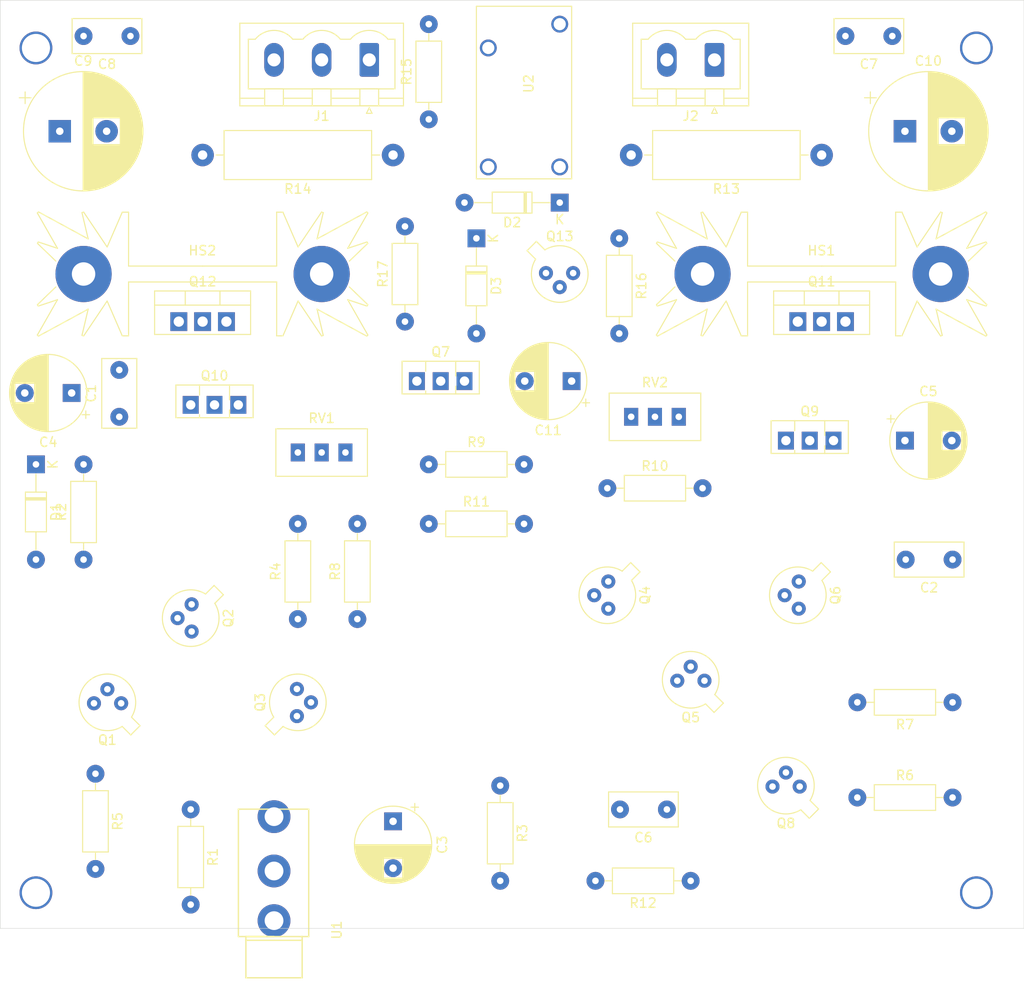
<source format=kicad_pcb>
(kicad_pcb (version 20171130) (host pcbnew "(5.1.5)-3")
  (title_block (title BE) (date 2020-04-15) (rev V0) (company "3IMACS ") (comment 1 "Baptiste Urben") (comment 2 "Joffrey Doly"))
  (layers (0 F.Cu signal) (31 B.Cu signal) (34 B.Paste user) (35 F.Paste user) (36 B.SilkS user) (37 F.SilkS user) (38 B.Mask user) (39 F.Mask user) (44 Edge.Cuts user))
  (net 0 "")
  (net 1 GND)
  (net 2 +12V)
  (net 3 -12V)
  (net 4 "Net-(C3-Pad2)")
  (net 5 "Net-(C3-Pad1)")
  (net 6 "Net-(C6-Pad2)")
  (net 7 "Net-(C6-Pad1)")
  (net 8 "Net-(D1-Pad2)")
  (net 9 "Net-(D2-Pad2)")
  (net 10 "Net-(D3-Pad1)")
  (net 11 "Net-(J2-Pad1)")
  (net 12 "Net-(Q1-Pad1)")
  (net 13 "Net-(Q2-Pad1)")
  (net 14 "Net-(Q3-Pad3)")
  (net 15 "Net-(Q3-Pad2)")
  (net 16 "Net-(Q4-Pad1)")
  (net 17 "Net-(Q4-Pad2)")
  (net 18 "Net-(Q5-Pad1)")
  (net 19 "Net-(Q6-Pad3)")
  (net 20 "Net-(Q6-Pad1)")
  (net 21 "Net-(Q7-Pad3)")
  (net 22 "Net-(Q8-Pad1)")
  (net 23 "Net-(Q11-Pad1)")
  (net 24 "Net-(Q11-Pad2)")
  (net 25 "Net-(Q10-Pad1)")
  (net 26 "Net-(Q10-Pad2)")
  (net 27 "Net-(R13-Pad2)")
  (net 28 "Net-(R9-Pad2)")
  (net 29 "Net-(R10-Pad1)")
  (net 30 "Net-(U1-PadTN)")
  (net 31 "Net-(C11-Pad1)")
  (module LibRelai:Relai_BE (layer F.Cu) (at 81.28 46.99 90)
    (fp_text reference U2 (at 0 0.5 90) (layer F.SilkS))
    (fp_text value Relay_1CT)
    (pad c1 thru_hole circle (at 3.81 -3.81 90) (size 1.8 1.8) (drill 1.3) (layers *.Cu *.Mask) (net 27 "Net-(R13-Pad2)"))
    (pad b1 thru_hole circle (at -8.89 -3.81 90) (size 1.8 1.8) (drill 1.3) (layers *.Cu *.Mask) (net 9 "Net-(D2-Pad2)"))
    (pad b2 thru_hole circle (at -8.89 3.81 90) (size 1.8 1.8) (drill 1.3) (layers *.Cu *.Mask) (net 2 +12V))
    (pad c2 thru_hole circle (at 6.35 3.81 90) (size 1.8 1.8) (drill 1.3) (layers *.Cu *.Mask) (net 11 "Net-(J2-Pad1)"))
  )
  (module LibAmpli:C_Rect_L7.2mm_W3.5mm_P5.00mm_FKS2_FKP2_MKS2_MKP2 (layer F.Cu) (at 38.1 82.55 90)
    (fp_text reference C1 (at 2.5 -3 90) (layer F.SilkS))
    (fp_text value 100n)
    (pad 1 thru_hole circle (at 0 0 90) (size 1.9 1.9) (drill 0.7) (layers *.Cu *.Mask) (net 1 GND))
    (pad 2 thru_hole circle (at 5 0 90) (size 1.9 1.9) (drill 0.7) (layers *.Cu *.Mask) (net 2 +12V))
  )
  (module LibAmpli:C_Rect_L7.2mm_W3.5mm_P5.00mm_FKS2_FKP2_MKS2_MKP2 (layer F.Cu) (at 127 97.79 180)
    (fp_text reference C2 (at 2.5 -3) (layer F.SilkS))
    (fp_text value 100n)
    (pad 2 thru_hole circle (at 5 0 180) (size 1.9 1.9) (drill 0.7) (layers *.Cu *.Mask) (net 1 GND))
    (pad 1 thru_hole circle (at 0 0 180) (size 1.9 1.9) (drill 0.7) (layers *.Cu *.Mask) (net 3 -12V))
  )
  (module LibAmpli:CP_Radial_D8.0mm_P5.00mm (layer F.Cu) (at 67.31 125.73 270)
    (fp_text reference C3 (at 2.5 -5.25 90) (layer F.SilkS))
    (fp_text value 47u)
    (pad 2 thru_hole circle (at 5 0 270) (size 1.9 1.9) (drill 0.8) (layers *.Cu *.Mask) (net 4 "Net-(C3-Pad2)"))
    (pad 1 thru_hole rect (at 0 0 270) (size 1.9 1.9) (drill 0.8) (layers *.Cu *.Mask) (net 5 "Net-(C3-Pad1)"))
  )
  (module LibAmpli:CP_Radial_D8.0mm_P5.00mm (layer F.Cu) (at 33.02 80.01 180)
    (fp_text reference C4 (at 2.5 -5.25) (layer F.SilkS))
    (fp_text value 10u)
    (pad 1 thru_hole rect (at 0 0 180) (size 1.9 1.9) (drill 0.8) (layers *.Cu *.Mask) (net 2 +12V))
    (pad 2 thru_hole circle (at 5 0 180) (size 1.9 1.9) (drill 0.8) (layers *.Cu *.Mask) (net 1 GND))
  )
  (module LibAmpli:CP_Radial_D8.0mm_P5.00mm (layer F.Cu) (at 121.92 85.09)
    (fp_text reference C5 (at 2.5 -5.25) (layer F.SilkS))
    (fp_text value 10u)
    (pad 2 thru_hole circle (at 5 0) (size 1.9 1.9) (drill 0.8) (layers *.Cu *.Mask) (net 3 -12V))
    (pad 1 thru_hole rect (at 0 0) (size 1.9 1.9) (drill 0.8) (layers *.Cu *.Mask) (net 1 GND))
  )
  (module LibAmpli:C_Rect_L7.2mm_W3.5mm_P5.00mm_FKS2_FKP2_MKS2_MKP2 (layer F.Cu) (at 96.52 124.46 180)
    (fp_text reference C6 (at 2.5 -3) (layer F.SilkS))
    (fp_text value C)
    (pad 2 thru_hole circle (at 5 0 180) (size 1.9 1.9) (drill 0.7) (layers *.Cu *.Mask) (net 6 "Net-(C6-Pad2)"))
    (pad 1 thru_hole circle (at 0 0 180) (size 1.9 1.9) (drill 0.7) (layers *.Cu *.Mask) (net 7 "Net-(C6-Pad1)"))
  )
  (module LibAmpli:C_Rect_L7.2mm_W3.5mm_P5.00mm_FKS2_FKP2_MKS2_MKP2 (layer F.Cu) (at 120.57 41.91 180)
    (fp_text reference C7 (at 2.5 -3) (layer F.SilkS))
    (fp_text value 100n)
    (pad 1 thru_hole circle (at 0 0 180) (size 1.9 1.9) (drill 0.7) (layers *.Cu *.Mask) (net 1 GND))
    (pad 2 thru_hole circle (at 5 0 180) (size 1.9 1.9) (drill 0.7) (layers *.Cu *.Mask) (net 2 +12V))
  )
  (module LibAmpli:C_Rect_L7.2mm_W3.5mm_P5.00mm_FKS2_FKP2_MKS2_MKP2 (layer F.Cu) (at 39.29 41.91 180)
    (fp_text reference C8 (at 2.5 -3) (layer F.SilkS))
    (fp_text value 100n)
    (pad 1 thru_hole circle (at 0 0 180) (size 1.9 1.9) (drill 0.7) (layers *.Cu *.Mask) (net 3 -12V))
    (pad 2 thru_hole circle (at 5 0 180) (size 1.9 1.9) (drill 0.7) (layers *.Cu *.Mask) (net 1 GND))
  )
  (module LibAmpli:CP_Radial_D12.5mm_P5.00mm (layer F.Cu) (at 31.75 52.07)
    (fp_text reference C9 (at 2.5 -7.5) (layer F.SilkS))
    (fp_text value 470u)
    (pad 2 thru_hole circle (at 5 0) (size 2.4 2.4) (drill 0.8) (layers *.Cu *.Mask) (net 1 GND))
    (pad 1 thru_hole rect (at 0 0) (size 2.4 2.4) (drill 0.8) (layers *.Cu *.Mask) (net 2 +12V))
  )
  (module LibAmpli:CP_Radial_D12.5mm_P5.00mm (layer F.Cu) (at 121.92 52.07)
    (fp_text reference C10 (at 2.5 -7.5) (layer F.SilkS))
    (fp_text value 470u)
    (pad 1 thru_hole rect (at 0 0) (size 2.4 2.4) (drill 0.8) (layers *.Cu *.Mask) (net 1 GND))
    (pad 2 thru_hole circle (at 5 0) (size 2.4 2.4) (drill 0.8) (layers *.Cu *.Mask) (net 3 -12V))
  )
  (module LibAmpli:D_DO-35_SOD27_P10.16mm_Horizontal (layer F.Cu) (at 29.21 87.63 270)
    (fp_text reference D1 (at 5.08 -2.12 90) (layer F.SilkS))
    (fp_text value D_Zener_ALT)
    (fp_text user K (at 0 -1.8 90) (layer F.SilkS))
    (pad 1 thru_hole rect (at 0 0 270) (size 1.9 1.9) (drill 0.7) (layers *.Cu *.Mask) (net 2 +12V))
    (pad 2 thru_hole oval (at 10.16 0 270) (size 1.9 1.9) (drill 0.7) (layers *.Cu *.Mask) (net 8 "Net-(D1-Pad2)"))
  )
  (module LibAmpli:D_DO-35_SOD27_P10.16mm_Horizontal (layer F.Cu) (at 85.09 59.69 180)
    (fp_text reference D2 (at 5.08 -2.12) (layer F.SilkS))
    (fp_text value 1N4148)
    (fp_text user K (at 0 -1.8) (layer F.SilkS))
    (pad 2 thru_hole oval (at 10.16 0 180) (size 1.9 1.9) (drill 0.7) (layers *.Cu *.Mask) (net 9 "Net-(D2-Pad2)"))
    (pad 1 thru_hole rect (at 0 0 180) (size 1.9 1.9) (drill 0.7) (layers *.Cu *.Mask) (net 2 +12V))
  )
  (module LibAmpli:D_DO-35_SOD27_P10.16mm_Horizontal (layer F.Cu) (at 76.2 63.5 270)
    (fp_text reference D3 (at 5.08 -2.12 90) (layer F.SilkS))
    (fp_text value 1N4148)
    (fp_text user K (at 0 -1.8 90) (layer F.SilkS))
    (pad 1 thru_hole rect (at 0 0 270) (size 1.9 1.9) (drill 0.7) (layers *.Cu *.Mask) (net 10 "Net-(D3-Pad1)"))
    (pad 2 thru_hole oval (at 10.16 0 270) (size 1.9 1.9) (drill 0.7) (layers *.Cu *.Mask) (net 31 "Net-(C11-Pad1)"))
  )
  (module LibAmpli:Heatsink_Fischer_SK104-STC-STIC_35x13mm_2xDrill2.5mm (layer F.Cu) (at 113.03 67.31)
    (fp_text reference HS1 (at -0.025 -2.5) (layer F.SilkS))
    (fp_text value Heatsink)
    (pad 1 thru_hole circle (at -12.7 0 180) (size 6 6) (drill 2.5) (layers *.Cu *.Mask))
    (pad 1 thru_hole circle (at 12.7 0) (size 6 6) (drill 2.5) (layers *.Cu *.Mask))
  )
  (module LibAmpli:Heatsink_Fischer_SK104-STC-STIC_35x13mm_2xDrill2.5mm (layer F.Cu) (at 46.99 67.31)
    (fp_text reference HS2 (at -0.025 -2.5) (layer F.SilkS))
    (fp_text value Heatsink)
    (pad 1 thru_hole circle (at 12.7 0) (size 6 6) (drill 2.5) (layers *.Cu *.Mask))
    (pad 1 thru_hole circle (at -12.7 0 180) (size 6 6) (drill 2.5) (layers *.Cu *.Mask))
  )
  (module LibAmpli:PhoenixContact_MSTBVA_2,5_3-G-5,08_1x03_P5.08mm_Vertical (layer F.Cu) (at 64.77 44.45 180)
    (fp_text reference J1 (at 5.08 -6) (layer F.SilkS))
    (fp_text value Conn_01x03)
    (pad 1 thru_hole roundrect (at 0 0 180) (size 2.08 3.6) (drill 1.4) (layers *.Cu *.Mask) (roundrect_rratio 0.120192) (net 2 +12V))
    (pad 2 thru_hole oval (at 5.08 0 180) (size 2.08 3.6) (drill 1.4) (layers *.Cu *.Mask) (net 1 GND))
    (pad 3 thru_hole oval (at 10.16 0 180) (size 2.08 3.6) (drill 1.4) (layers *.Cu *.Mask) (net 3 -12V))
  )
  (module LibAmpli:PhoenixContact_MSTBVA_2,5_2-G-5,08_1x02_P5.08mm_Vertical (layer F.Cu) (at 101.6 44.45 180)
    (fp_text reference J2 (at 2.54 -6) (layer F.SilkS))
    (fp_text value Conn_01x02)
    (pad 1 thru_hole roundrect (at 0 0 180) (size 2.08 3.6) (drill 1.4) (layers *.Cu *.Mask) (roundrect_rratio 0.120192) (net 11 "Net-(J2-Pad1)"))
    (pad 2 thru_hole oval (at 5.08 0 180) (size 2.08 3.6) (drill 1.4) (layers *.Cu *.Mask) (net 1 GND))
  )
  (module LibAmpli:TO-18-3 (layer F.Cu) (at 38.1 113.03 180)
    (fp_text reference Q1 (at 1.27 -4.02) (layer F.SilkS))
    (fp_text value 2N2907)
    (pad 1 thru_hole circle (at -0.2 -0.1 180) (size 1.5 1.5) (drill 0.7) (layers *.Cu *.Mask) (net 12 "Net-(Q1-Pad1)"))
    (pad 2 thru_hole circle (at 1.27 1.4 180) (size 1.5 1.5) (drill 0.7) (layers *.Cu *.Mask) (net 5 "Net-(C3-Pad1)"))
    (pad 3 thru_hole circle (at 2.7 -0.1 180) (size 1.5 1.5) (drill 0.7) (layers *.Cu *.Mask) (net 6 "Net-(C6-Pad2)"))
  )
  (module LibAmpli:TO-18-3 (layer F.Cu) (at 45.72 102.77 270)
    (fp_text reference Q2 (at 1.27 -4.02 90) (layer F.SilkS))
    (fp_text value 2N2907)
    (pad 3 thru_hole circle (at 2.7 -0.1 270) (size 1.5 1.5) (drill 0.7) (layers *.Cu *.Mask) (net 12 "Net-(Q1-Pad1)"))
    (pad 2 thru_hole circle (at 1.27 1.4 270) (size 1.5 1.5) (drill 0.7) (layers *.Cu *.Mask) (net 8 "Net-(D1-Pad2)"))
    (pad 1 thru_hole circle (at -0.2 -0.1 270) (size 1.5 1.5) (drill 0.7) (layers *.Cu *.Mask) (net 13 "Net-(Q2-Pad1)"))
  )
  (module LibAmpli:TO-18-3 (layer F.Cu) (at 57.15 114.3 90)
    (fp_text reference Q3 (at 1.27 -4.02 90) (layer F.SilkS))
    (fp_text value 2N2907)
    (pad 3 thru_hole circle (at 2.7 -0.1 90) (size 1.5 1.5) (drill 0.7) (layers *.Cu *.Mask) (net 14 "Net-(Q3-Pad3)"))
    (pad 2 thru_hole circle (at 1.27 1.4 90) (size 1.5 1.5) (drill 0.7) (layers *.Cu *.Mask) (net 15 "Net-(Q3-Pad2)"))
    (pad 1 thru_hole circle (at -0.2 -0.1 90) (size 1.5 1.5) (drill 0.7) (layers *.Cu *.Mask) (net 12 "Net-(Q1-Pad1)"))
  )
  (module LibAmpli:TO-18-3 (layer F.Cu) (at 90.17 100.33 270)
    (fp_text reference Q4 (at 1.27 -4.02 90) (layer F.SilkS))
    (fp_text value 2N2907)
    (pad 1 thru_hole circle (at -0.2 -0.1 270) (size 1.5 1.5) (drill 0.7) (layers *.Cu *.Mask) (net 16 "Net-(Q4-Pad1)"))
    (pad 2 thru_hole circle (at 1.27 1.4 270) (size 1.5 1.5) (drill 0.7) (layers *.Cu *.Mask) (net 17 "Net-(Q4-Pad2)"))
    (pad 3 thru_hole circle (at 2.7 -0.1 270) (size 1.5 1.5) (drill 0.7) (layers *.Cu *.Mask) (net 17 "Net-(Q4-Pad2)"))
  )
  (module LibAmpli:TO-18-3 (layer F.Cu) (at 100.33 110.62 180)
    (fp_text reference Q5 (at 1.27 -4.02) (layer F.SilkS))
    (fp_text value 2N2222)
    (pad 3 thru_hole circle (at 2.7 -0.1 180) (size 1.5 1.5) (drill 0.7) (layers *.Cu *.Mask) (net 7 "Net-(C6-Pad1)"))
    (pad 2 thru_hole circle (at 1.27 1.4 180) (size 1.5 1.5) (drill 0.7) (layers *.Cu *.Mask) (net 6 "Net-(C6-Pad2)"))
    (pad 1 thru_hole circle (at -0.2 -0.1 180) (size 1.5 1.5) (drill 0.7) (layers *.Cu *.Mask) (net 18 "Net-(Q5-Pad1)"))
  )
  (module LibAmpli:TO-18-3 (layer F.Cu) (at 110.49 100.33 270)
    (fp_text reference Q6 (at 1.27 -4.02 90) (layer F.SilkS))
    (fp_text value 2N2907)
    (pad 3 thru_hole circle (at 2.7 -0.1 270) (size 1.5 1.5) (drill 0.7) (layers *.Cu *.Mask) (net 19 "Net-(Q6-Pad3)"))
    (pad 2 thru_hole circle (at 1.27 1.4 270) (size 1.5 1.5) (drill 0.7) (layers *.Cu *.Mask) (net 17 "Net-(Q4-Pad2)"))
    (pad 1 thru_hole circle (at -0.2 -0.1 270) (size 1.5 1.5) (drill 0.7) (layers *.Cu *.Mask) (net 20 "Net-(Q6-Pad1)"))
  )
  (module LibAmpli:TO-126-3_Vertical (layer F.Cu) (at 69.85 78.74)
    (fp_text reference Q7 (at 2.54 -3.12) (layer F.SilkS))
    (fp_text value BD139)
    (pad 1 thru_hole rect (at 0 0) (size 1.7 1.9) (drill 1) (layers *.Cu *.Mask) (net 7 "Net-(C6-Pad1)"))
    (pad 2 thru_hole rect (at 2.54 0) (size 1.7 1.9) (drill 1) (layers *.Cu *.Mask) (net 19 "Net-(Q6-Pad3)"))
    (pad 3 thru_hole rect (at 5.08 0) (size 1.7 1.9) (drill 1) (layers *.Cu *.Mask) (net 21 "Net-(Q7-Pad3)"))
  )
  (module LibAmpli:TO-18-3 (layer F.Cu) (at 110.49 121.92 180)
    (fp_text reference Q8 (at 1.27 -4.02) (layer F.SilkS))
    (fp_text value 2N2222)
    (pad 1 thru_hole circle (at -0.2 -0.1 180) (size 1.5 1.5) (drill 0.7) (layers *.Cu *.Mask) (net 22 "Net-(Q8-Pad1)"))
    (pad 2 thru_hole circle (at 1.27 1.4 180) (size 1.5 1.5) (drill 0.7) (layers *.Cu *.Mask) (net 18 "Net-(Q5-Pad1)"))
    (pad 3 thru_hole circle (at 2.7 -0.1 180) (size 1.5 1.5) (drill 0.7) (layers *.Cu *.Mask) (net 7 "Net-(C6-Pad1)"))
  )
  (module LibAmpli:TO-126-3_Vertical (layer F.Cu) (at 109.22 85.09)
    (fp_text reference Q9 (at 2.54 -3.12) (layer F.SilkS))
    (fp_text value BD139)
    (pad 3 thru_hole rect (at 5.08 0) (size 1.7 1.9) (drill 1) (layers *.Cu *.Mask) (net 19 "Net-(Q6-Pad3)"))
    (pad 2 thru_hole rect (at 2.54 0) (size 1.7 1.9) (drill 1) (layers *.Cu *.Mask) (net 23 "Net-(Q11-Pad1)"))
    (pad 1 thru_hole rect (at 0 0) (size 1.7 1.9) (drill 1) (layers *.Cu *.Mask) (net 24 "Net-(Q11-Pad2)"))
  )
  (module LibAmpli:TO-126-3_Vertical (layer F.Cu) (at 45.72 81.28)
    (fp_text reference Q10 (at 2.54 -3.12) (layer F.SilkS))
    (fp_text value BD138)
    (pad 1 thru_hole rect (at 0 0) (size 1.7 1.9) (drill 1) (layers *.Cu *.Mask) (net 25 "Net-(Q10-Pad1)"))
    (pad 2 thru_hole rect (at 2.54 0) (size 1.7 1.9) (drill 1) (layers *.Cu *.Mask) (net 26 "Net-(Q10-Pad2)"))
    (pad 3 thru_hole rect (at 5.08 0) (size 1.7 1.9) (drill 1) (layers *.Cu *.Mask) (net 7 "Net-(C6-Pad1)"))
  )
  (module LibAmpli:TO-220-3_Vertical (layer F.Cu) (at 110.49 72.39)
    (fp_text reference Q11 (at 2.54 -4.27) (layer F.SilkS))
    (fp_text value TIP31)
    (pad 1 thru_hole rect (at 0 0) (size 1.8 2) (drill 1.1) (layers *.Cu *.Mask) (net 23 "Net-(Q11-Pad1)"))
    (pad 2 thru_hole rect (at 2.54 0) (size 1.8 2) (drill 1.1) (layers *.Cu *.Mask) (net 24 "Net-(Q11-Pad2)"))
    (pad 3 thru_hole rect (at 5.08 0) (size 1.8 2) (drill 1.1) (layers *.Cu *.Mask) (net 2 +12V))
  )
  (module LibAmpli:TO-220-3_Vertical (layer F.Cu) (at 44.45 72.39)
    (fp_text reference Q12 (at 2.54 -4.27) (layer F.SilkS))
    (fp_text value TIP32)
    (pad 3 thru_hole rect (at 5.08 0) (size 1.8 2) (drill 1.1) (layers *.Cu *.Mask) (net 3 -12V))
    (pad 2 thru_hole rect (at 2.54 0) (size 1.8 2) (drill 1.1) (layers *.Cu *.Mask) (net 25 "Net-(Q10-Pad1)"))
    (pad 1 thru_hole rect (at 0 0) (size 1.8 2) (drill 1.1) (layers *.Cu *.Mask) (net 26 "Net-(Q10-Pad2)"))
  )
  (module LibAmpli:TO-18-3 (layer F.Cu) (at 83.82 67.31)
    (fp_text reference Q13 (at 1.27 -4.02) (layer F.SilkS))
    (fp_text value 2N2222)
    (pad 1 thru_hole circle (at -0.2 -0.1) (size 1.5 1.5) (drill 0.7) (layers *.Cu *.Mask) (net 1 GND))
    (pad 2 thru_hole circle (at 1.27 1.4) (size 1.5 1.5) (drill 0.7) (layers *.Cu *.Mask) (net 10 "Net-(D3-Pad1)"))
    (pad 3 thru_hole circle (at 2.7 -0.1) (size 1.5 1.5) (drill 0.7) (layers *.Cu *.Mask) (net 9 "Net-(D2-Pad2)"))
  )
  (module LibAmpli:R_Axial_DIN0207_L6.3mm_D2.5mm_P10.16mm_Horizontal (layer F.Cu) (at 45.72 124.46 270)
    (fp_text reference R1 (at 5.08 -2.37 90) (layer F.SilkS))
    (fp_text value R)
    (pad 2 thru_hole circle (at 10.16 0 270) (size 1.9 1.9) (drill 0.7) (layers *.Cu *.Mask) (net 1 GND))
    (pad 1 thru_hole circle (at 0 0 270) (size 1.9 1.9) (drill 0.7) (layers *.Cu *.Mask) (net 5 "Net-(C3-Pad1)"))
  )
  (module LibAmpli:R_Axial_DIN0207_L6.3mm_D2.5mm_P10.16mm_Horizontal (layer F.Cu) (at 34.29 97.79 90)
    (fp_text reference R2 (at 5.08 -2.37 90) (layer F.SilkS))
    (fp_text value R)
    (pad 1 thru_hole circle (at 0 0 90) (size 1.9 1.9) (drill 0.7) (layers *.Cu *.Mask) (net 8 "Net-(D1-Pad2)"))
    (pad 2 thru_hole circle (at 10.16 0 90) (size 1.9 1.9) (drill 0.7) (layers *.Cu *.Mask) (net 1 GND))
  )
  (module LibAmpli:R_Axial_DIN0207_L6.3mm_D2.5mm_P10.16mm_Horizontal (layer F.Cu) (at 78.74 121.92 270)
    (fp_text reference R3 (at 5.08 -2.37 90) (layer F.SilkS))
    (fp_text value R)
    (pad 2 thru_hole circle (at 10.16 0 270) (size 1.9 1.9) (drill 0.7) (layers *.Cu *.Mask) (net 3 -12V))
    (pad 1 thru_hole circle (at 0 0 270) (size 1.9 1.9) (drill 0.7) (layers *.Cu *.Mask) (net 6 "Net-(C6-Pad2)"))
  )
  (module LibAmpli:R_Axial_DIN0207_L6.3mm_D2.5mm_P10.16mm_Horizontal (layer F.Cu) (at 57.15 104.14 90)
    (fp_text reference R4 (at 5.08 -2.37 90) (layer F.SilkS))
    (fp_text value R)
    (pad 1 thru_hole circle (at 0 0 90) (size 1.9 1.9) (drill 0.7) (layers *.Cu *.Mask) (net 2 +12V))
    (pad 2 thru_hole circle (at 10.16 0 90) (size 1.9 1.9) (drill 0.7) (layers *.Cu *.Mask) (net 13 "Net-(Q2-Pad1)"))
  )
  (module LibAmpli:R_Axial_DIN0207_L6.3mm_D2.5mm_P10.16mm_Horizontal (layer F.Cu) (at 35.56 120.65 270)
    (fp_text reference R5 (at 5.08 -2.37 90) (layer F.SilkS))
    (fp_text value R)
    (pad 1 thru_hole circle (at 0 0 270) (size 1.9 1.9) (drill 0.7) (layers *.Cu *.Mask) (net 14 "Net-(Q3-Pad3)"))
    (pad 2 thru_hole circle (at 10.16 0 270) (size 1.9 1.9) (drill 0.7) (layers *.Cu *.Mask) (net 3 -12V))
  )
  (module LibAmpli:R_Axial_DIN0207_L6.3mm_D2.5mm_P10.16mm_Horizontal (layer F.Cu) (at 116.84 123.19)
    (fp_text reference R6 (at 5.08 -2.37) (layer F.SilkS))
    (fp_text value R)
    (pad 2 thru_hole circle (at 10.16 0) (size 1.9 1.9) (drill 0.7) (layers *.Cu *.Mask) (net 1 GND))
    (pad 1 thru_hole circle (at 0 0) (size 1.9 1.9) (drill 0.7) (layers *.Cu *.Mask) (net 15 "Net-(Q3-Pad2)"))
  )
  (module LibAmpli:R_Axial_DIN0207_L6.3mm_D2.5mm_P10.16mm_Horizontal (layer F.Cu) (at 127 113.03 180)
    (fp_text reference R7 (at 5.08 -2.37) (layer F.SilkS))
    (fp_text value R)
    (pad 1 thru_hole circle (at 0 0 180) (size 1.9 1.9) (drill 0.7) (layers *.Cu *.Mask) (net 27 "Net-(R13-Pad2)"))
    (pad 2 thru_hole circle (at 10.16 0 180) (size 1.9 1.9) (drill 0.7) (layers *.Cu *.Mask) (net 15 "Net-(Q3-Pad2)"))
  )
  (module LibAmpli:R_Axial_DIN0207_L6.3mm_D2.5mm_P10.16mm_Horizontal (layer F.Cu) (at 63.5 104.14 90)
    (fp_text reference R8 (at 5.08 -2.37 90) (layer F.SilkS))
    (fp_text value R)
    (pad 1 thru_hole circle (at 0 0 90) (size 1.9 1.9) (drill 0.7) (layers *.Cu *.Mask) (net 2 +12V))
    (pad 2 thru_hole circle (at 10.16 0 90) (size 1.9 1.9) (drill 0.7) (layers *.Cu *.Mask) (net 16 "Net-(Q4-Pad1)"))
  )
  (module LibAmpli:R_Axial_DIN0207_L6.3mm_D2.5mm_P10.16mm_Horizontal (layer F.Cu) (at 71.12 87.63)
    (fp_text reference R9 (at 5.08 -2.37) (layer F.SilkS))
    (fp_text value R)
    (pad 2 thru_hole circle (at 10.16 0) (size 1.9 1.9) (drill 0.7) (layers *.Cu *.Mask) (net 28 "Net-(R9-Pad2)"))
    (pad 1 thru_hole circle (at 0 0) (size 1.9 1.9) (drill 0.7) (layers *.Cu *.Mask) (net 17 "Net-(Q4-Pad2)"))
  )
  (module LibAmpli:R_Axial_DIN0207_L6.3mm_D2.5mm_P10.16mm_Horizontal (layer F.Cu) (at 90.17 90.17)
    (fp_text reference R10 (at 5.08 -2.37) (layer F.SilkS))
    (fp_text value R)
    (pad 1 thru_hole circle (at 0 0) (size 1.9 1.9) (drill 0.7) (layers *.Cu *.Mask) (net 29 "Net-(R10-Pad1)"))
    (pad 2 thru_hole circle (at 10.16 0) (size 1.9 1.9) (drill 0.7) (layers *.Cu *.Mask) (net 7 "Net-(C6-Pad1)"))
  )
  (module LibAmpli:R_Axial_DIN0207_L6.3mm_D2.5mm_P10.16mm_Horizontal (layer F.Cu) (at 71.12 93.98)
    (fp_text reference R11 (at 5.08 -2.37) (layer F.SilkS))
    (fp_text value R)
    (pad 2 thru_hole circle (at 10.16 0) (size 1.9 1.9) (drill 0.7) (layers *.Cu *.Mask) (net 20 "Net-(Q6-Pad1)"))
    (pad 1 thru_hole circle (at 0 0) (size 1.9 1.9) (drill 0.7) (layers *.Cu *.Mask) (net 2 +12V))
  )
  (module LibAmpli:R_Axial_DIN0207_L6.3mm_D2.5mm_P10.16mm_Horizontal (layer F.Cu) (at 99.06 132.08 180)
    (fp_text reference R12 (at 5.08 -2.37) (layer F.SilkS))
    (fp_text value R)
    (pad 1 thru_hole circle (at 0 0 180) (size 1.9 1.9) (drill 0.7) (layers *.Cu *.Mask) (net 22 "Net-(Q8-Pad1)"))
    (pad 2 thru_hole circle (at 10.16 0 180) (size 1.9 1.9) (drill 0.7) (layers *.Cu *.Mask) (net 3 -12V))
  )
  (module LibAmpli:R_Axial_DIN0516_L15.5mm_D5.0mm_P20.32mm_Horizontal (layer F.Cu) (at 113.03 54.61 180)
    (fp_text reference R13 (at 10.16 -3.62) (layer F.SilkS))
    (fp_text value R)
    (pad 1 thru_hole circle (at 0 0 180) (size 2.4 2.4) (drill 1) (layers *.Cu *.Mask) (net 24 "Net-(Q11-Pad2)"))
    (pad 2 thru_hole oval (at 20.32 0 180) (size 2.4 2.4) (drill 1) (layers *.Cu *.Mask) (net 27 "Net-(R13-Pad2)"))
  )
  (module LibAmpli:R_Axial_DIN0516_L15.5mm_D5.0mm_P20.32mm_Horizontal (layer F.Cu) (at 67.31 54.61 180)
    (fp_text reference R14 (at 10.16 -3.62) (layer F.SilkS))
    (fp_text value R)
    (pad 2 thru_hole oval (at 20.32 0 180) (size 2.4 2.4) (drill 1) (layers *.Cu *.Mask) (net 25 "Net-(Q10-Pad1)"))
    (pad 1 thru_hole circle (at 0 0 180) (size 2.4 2.4) (drill 1) (layers *.Cu *.Mask) (net 27 "Net-(R13-Pad2)"))
  )
  (module LibAmpli:R_Axial_DIN0207_L6.3mm_D2.5mm_P10.16mm_Horizontal (layer F.Cu) (at 71.12 50.8 90)
    (fp_text reference R15 (at 5.08 -2.37 90) (layer F.SilkS))
    (fp_text value R)
    (pad 2 thru_hole circle (at 10.16 0 90) (size 1.9 1.9) (drill 0.7) (layers *.Cu *.Mask) (net 1 GND))
    (pad 1 thru_hole circle (at 0 0 90) (size 1.9 1.9) (drill 0.7) (layers *.Cu *.Mask) (net 27 "Net-(R13-Pad2)"))
  )
  (module LibAmpli:R_Axial_DIN0207_L6.3mm_D2.5mm_P10.16mm_Horizontal (layer F.Cu) (at 91.44 63.5 270)
    (fp_text reference R16 (at 5.08 -2.37 90) (layer F.SilkS))
    (fp_text value R)
    (pad 1 thru_hole circle (at 0 0 270) (size 1.9 1.9) (drill 0.7) (layers *.Cu *.Mask) (net 10 "Net-(D3-Pad1)"))
    (pad 2 thru_hole circle (at 10.16 0 270) (size 1.9 1.9) (drill 0.7) (layers *.Cu *.Mask) (net 1 GND))
  )
  (module LibAmpli:R_Axial_DIN0207_L6.3mm_D2.5mm_P10.16mm_Horizontal (layer F.Cu) (at 68.58 72.39 90)
    (fp_text reference R17 (at 5.08 -2.37 90) (layer F.SilkS))
    (fp_text value R)
    (pad 2 thru_hole circle (at 10.16 0 90) (size 1.9 1.9) (drill 0.7) (layers *.Cu *.Mask) (net 31 "Net-(C11-Pad1)"))
    (pad 1 thru_hole circle (at 0 0 90) (size 1.9 1.9) (drill 0.7) (layers *.Cu *.Mask) (net 2 +12V))
  )
  (module LibAmpli:Potentiometer_Bourns_3296W_Vertical (layer F.Cu) (at 62.23 86.36)
    (fp_text reference RV1 (at -2.54 -3.66) (layer F.SilkS))
    (fp_text value R_POT)
    (pad 3 thru_hole rect (at -5.08 0) (size 1.5 1.9) (drill 0.7) (layers *.Cu *.Mask) (net 1 GND))
    (pad 2 thru_hole rect (at -2.54 0) (size 1.5 1.9) (drill 0.7) (layers *.Cu *.Mask) (net 28 "Net-(R9-Pad2)"))
    (pad 1 thru_hole rect (at 0 0) (size 1.5 1.9) (drill 0.7) (layers *.Cu *.Mask) (net 28 "Net-(R9-Pad2)"))
  )
  (module LibAmpli:Potentiometer_Bourns_3296W_Vertical (layer F.Cu) (at 97.79 82.55)
    (fp_text reference RV2 (at -2.54 -3.66) (layer F.SilkS))
    (fp_text value R_POT)
    (pad 1 thru_hole rect (at 0 0) (size 1.5 1.9) (drill 0.7) (layers *.Cu *.Mask) (net 19 "Net-(Q6-Pad3)"))
    (pad 2 thru_hole rect (at -2.54 0) (size 1.5 1.9) (drill 0.7) (layers *.Cu *.Mask) (net 21 "Net-(Q7-Pad3)"))
    (pad 3 thru_hole rect (at -5.08 0) (size 1.5 1.9) (drill 0.7) (layers *.Cu *.Mask) (net 29 "Net-(R10-Pad1)"))
  )
  (module LibAmpli:Jack_35RAPC2AV (layer F.Cu) (at 54.61 138.43 90)
    (fp_text reference U1 (at 1.1 6.7 90) (layer F.SilkS))
    (fp_text value Jack_Mono)
    (pad TN thru_hole circle (at 13.2 0 90) (size 3.5 3.5) (drill 2) (layers *.Cu *.Mask) (net 30 "Net-(U1-PadTN)"))
    (pad G thru_hole circle (at 2.1 0 90) (size 3.5 3.5) (drill 2) (layers *.Cu *.Mask) (net 1 GND))
    (pad T thru_hole circle (at 7.4 0 90) (size 3.5 3.5) (drill 2) (layers *.Cu *.Mask) (net 4 "Net-(C3-Pad2)"))
  )
  (module LibAmpli:CP_Radial_D8.0mm_P5.00mm (layer F.Cu) (at 86.36 78.74 180)
    (fp_text reference C11 (at 2.5 -5.25) (layer F.SilkS))
    (fp_text value 47u)
    (pad 2 thru_hole circle (at 5 0 180) (size 1.9 1.9) (drill 0.8) (layers *.Cu *.Mask) (net 3 -12V))
    (pad 1 thru_hole rect (at 0 0 180) (size 1.9 1.9) (drill 0.8) (layers *.Cu *.Mask) (net 31 "Net-(C11-Pad1)"))
  )
  (gr_line (start 25.4 137.16) (end 25.4 38.1) (layer Edge.Cuts) (width 0.05))
  (gr_line (start 134.62 137.16) (end 25.4 137.16) (layer Edge.Cuts) (width 0.05))
  (gr_line (start 134.62 38.1) (end 134.62 137.16) (layer Edge.Cuts) (width 0.05))
  (gr_line (start 25.4 38.1) (end 134.62 38.1) (layer Edge.Cuts) (width 0.05))
  (via (at 29.21 43.18) (size 3.5) (drill 3) (layers F.Cu B.Cu) (net 0))
  (via (at 129.54 43.18) (size 3.5) (drill 3) (layers F.Cu B.Cu) (net 0))
  (via (at 29.21 133.35) (size 3.5) (drill 3) (layers F.Cu B.Cu) (net 0))
  (via (at 129.54 133.35) (size 3.5) (drill 3) (layers F.Cu B.Cu) (net 0))
)
</source>
